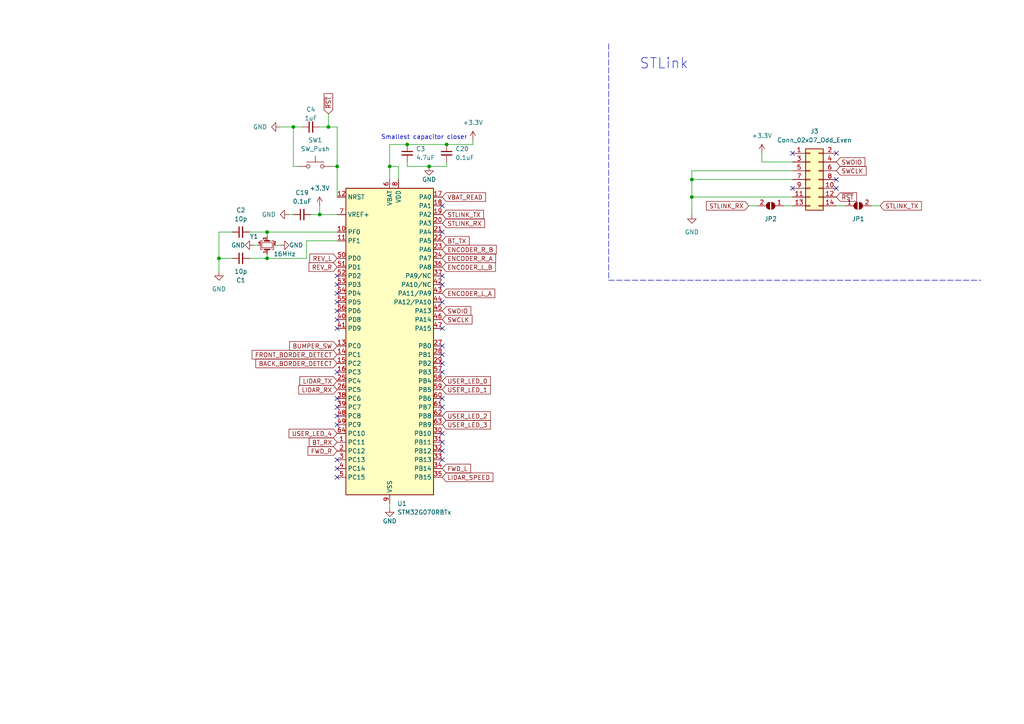
<source format=kicad_sch>
(kicad_sch (version 20230121) (generator eeschema)
  (paper "A4")
  (title_block (title "robot chat") (date "2023-09-19") (rev "1.0") (company "ENSEA"))
  (lib_symbols
    (symbol "Connector_Generic:Conn_02x07_Odd_Even" (pin_names (offset 1.016) hide)
      (property "Reference" "J" (at 1.27 10.16 0))
      (property "Value" "Conn_02x07_Odd_Even" (at 1.27 -10.16 0))
      (symbol "Conn_02x07_Odd_Even_1_1"
        (rectangle (start -1.27 -7.493) (end 0 -7.747) (stroke (width 0.1524)))
        (rectangle (start -1.27 -4.953) (end 0 -5.207) (stroke (width 0.1524)))
        (rectangle (start -1.27 -2.413) (end 0 -2.667) (stroke (width 0.1524)))
        (rectangle (start -1.27 0.127) (end 0 -0.127) (stroke (width 0.1524)))
        (rectangle (start -1.27 2.667) (end 0 2.413) (stroke (width 0.1524)))
        (rectangle (start -1.27 5.207) (end 0 4.953) (stroke (width 0.1524)))
        (rectangle (start -1.27 7.747) (end 0 7.493) (stroke (width 0.1524)))
        (rectangle (start -1.27 8.89) (end 3.81 -8.89) (stroke (width 0.254)) (fill (type background)))
        (rectangle (start 3.81 -7.493) (end 2.54 -7.747) (stroke (width 0.1524)))
        (rectangle (start 3.81 -4.953) (end 2.54 -5.207) (stroke (width 0.1524)))
        (rectangle (start 3.81 -2.413) (end 2.54 -2.667) (stroke (width 0.1524)))
        (rectangle (start 3.81 0.127) (end 2.54 -0.127) (stroke (width 0.1524)))
        (rectangle (start 3.81 2.667) (end 2.54 2.413) (stroke (width 0.1524)))
        (rectangle (start 3.81 5.207) (end 2.54 4.953) (stroke (width 0.1524)))
        (rectangle (start 3.81 7.747) (end 2.54 7.493) (stroke (width 0.1524)))
        (pin passive line (at -5.08 7.62 0) (length 3.81) (name "Pin_1") (number "1"))
        (pin passive line (at 7.62 -2.54 180) (length 3.81) (name "Pin_10") (number "10"))
        (pin passive line (at -5.08 -5.08 0) (length 3.81) (name "Pin_11") (number "11"))
        (pin passive line (at 7.62 -5.08 180) (length 3.81) (name "Pin_12") (number "12"))
        (pin passive line (at -5.08 -7.62 0) (length 3.81) (name "Pin_13") (number "13"))
        (pin passive line (at 7.62 -7.62 180) (length 3.81) (name "Pin_14") (number "14"))
        (pin passive line (at 7.62 7.62 180) (length 3.81) (name "Pin_2") (number "2"))
        (pin passive line (at -5.08 5.08 0) (length 3.81) (name "Pin_3") (number "3"))
        (pin passive line (at 7.62 5.08 180) (length 3.81) (name "Pin_4") (number "4"))
        (pin passive line (at -5.08 2.54 0) (length 3.81) (name "Pin_5") (number "5"))
        (pin passive line (at 7.62 2.54 180) (length 3.81) (name "Pin_6") (number "6"))
        (pin passive line (at -5.08 0 0) (length 3.81) (name "Pin_7") (number "7"))
        (pin passive line (at 7.62 0 180) (length 3.81) (name "Pin_8") (number "8"))
        (pin passive line (at -5.08 -2.54 0) (length 3.81) (name "Pin_9") (number "9"))
      )
    )
    (symbol "Device:C_Small" (pin_numbers hide) (pin_names (offset 0.254) hide)
      (property "Reference" "C" (at 0.254 1.778 0))
      (property "Value" "C_Small" (at 0.254 -2.032 0))
      (symbol "C_Small_0_1"
        (polyline (pts (xy -1.524 -0.508) (xy 1.524 -0.508)) (stroke (width 0.3302)))
        (polyline (pts (xy -1.524 0.508) (xy 1.524 0.508)) (stroke (width 0.3048)))
      )
      (symbol "C_Small_1_1"
        (pin passive line (at 0 2.54 270) (length 2.032) (name "~") (number "1"))
        (pin passive line (at 0 -2.54 90) (length 2.032) (name "~") (number "2"))
      )
    )
    (symbol "Device:Crystal_GND24_Small" (pin_names (offset 1.016) hide)
      (property "Reference" "Y" (at 1.27 4.445 0))
      (property "Value" "Crystal_GND24_Small" (at 1.27 2.54 0))
      (symbol "Crystal_GND24_Small_0_1"
        (rectangle (start -0.762 -1.524) (end 0.762 1.524))
        (polyline (pts (xy -1.27 -0.762) (xy -1.27 0.762)) (stroke (width 0.381)))
        (polyline (pts (xy 1.27 -0.762) (xy 1.27 0.762)) (stroke (width 0.381)))
        (polyline (pts (xy -1.27 -1.27) (xy -1.27 -1.905) (xy 1.27 -1.905) (xy 1.27 -1.27)))
        (polyline (pts (xy -1.27 1.27) (xy -1.27 1.905) (xy 1.27 1.905) (xy 1.27 1.27)))
      )
      (symbol "Crystal_GND24_Small_1_1"
        (pin passive line (at -2.54 0 0) (length 1.27) (name "1") (number "1"))
        (pin passive line (at 0 -2.54 90) (length 0.635) (name "2") (number "2"))
        (pin passive line (at 2.54 0 180) (length 1.27) (name "3") (number "3"))
        (pin passive line (at 0 2.54 270) (length 0.635) (name "4") (number "4"))
      )
    )
    (symbol "Jumper:SolderJumper_2_Open" (pin_names (offset 0) hide)
      (property "Reference" "JP" (at 0 2.032 0))
      (property "Value" "SolderJumper_2_Open" (at 0 -2.54 0))
      (symbol "SolderJumper_2_Open_0_1"
        (arc (start -0.254 1.016) (mid -1.2656 0) (end -0.254 -1.016))
        (arc (start -0.254 1.016) (mid -1.2656 0) (end -0.254 -1.016) (fill (type outline)))
        (polyline (pts (xy -0.254 1.016) (xy -0.254 -1.016)))
        (polyline (pts (xy 0.254 1.016) (xy 0.254 -1.016)))
        (arc (start 0.254 -1.016) (mid 1.2656 0) (end 0.254 1.016))
        (arc (start 0.254 -1.016) (mid 1.2656 0) (end 0.254 1.016) (fill (type outline)))
      )
      (symbol "SolderJumper_2_Open_1_1"
        (pin passive line (at -3.81 0 0) (length 2.54) (name "A") (number "1"))
        (pin passive line (at 3.81 0 180) (length 2.54) (name "B") (number "2"))
      )
    )
    (symbol "MCU_ST_STM32G0:STM32G070RBTx"
      (property "Reference" "U" (at -12.7 46.99 0))
      (property "Value" "STM32G070RBTx" (at 5.08 46.99 0))
      (symbol "STM32G070RBTx_0_1"
        (rectangle (start -12.7 -43.18) (end 12.7 45.72) (stroke (width 0.254)) (fill (type background)))
      )
      (symbol "STM32G070RBTx_1_1"
        (pin bidirectional line (at -15.24 -27.94 0) (length 2.54) (name "PC11") (number "1"))
        (pin bidirectional line (at -15.24 33.02 0) (length 2.54) (name "PF0") (number "10"))
        (pin bidirectional line (at -15.24 30.48 0) (length 2.54) (name "PF1") (number "11"))
        (pin input line (at -15.24 43.18 0) (length 2.54) (name "NRST") (number "12"))
        (pin bidirectional line (at -15.24 0 0) (length 2.54) (name "PC0") (number "13"))
        (pin bidirectional line (at -15.24 -2.54 0) (length 2.54) (name "PC1") (number "14"))
        (pin bidirectional line (at -15.24 -5.08 0) (length 2.54) (name "PC2") (number "15"))
        (pin bidirectional line (at -15.24 -7.62 0) (length 2.54) (name "PC3") (number "16"))
        (pin bidirectional line (at 15.24 43.18 180) (length 2.54) (name "PA0") (number "17"))
        (pin bidirectional line (at 15.24 40.64 180) (length 2.54) (name "PA1") (number "18"))
        (pin bidirectional line (at 15.24 38.1 180) (length 2.54) (name "PA2") (number "19"))
        (pin bidirectional line (at -15.24 -30.48 0) (length 2.54) (name "PC12") (number "2"))
        (pin bidirectional line (at 15.24 35.56 180) (length 2.54) (name "PA3") (number "20"))
        (pin bidirectional line (at 15.24 33.02 180) (length 2.54) (name "PA4") (number "21"))
        (pin bidirectional line (at 15.24 30.48 180) (length 2.54) (name "PA5") (number "22"))
        (pin bidirectional line (at 15.24 27.94 180) (length 2.54) (name "PA6") (number "23"))
        (pin bidirectional line (at 15.24 25.4 180) (length 2.54) (name "PA7") (number "24"))
        (pin bidirectional line (at -15.24 -10.16 0) (length 2.54) (name "PC4") (number "25"))
        (pin bidirectional line (at -15.24 -12.7 0) (length 2.54) (name "PC5") (number "26"))
        (pin bidirectional line (at 15.24 0 180) (length 2.54) (name "PB0") (number "27"))
        (pin bidirectional line (at 15.24 -2.54 180) (length 2.54) (name "PB1") (number "28"))
        (pin bidirectional line (at 15.24 -5.08 180) (length 2.54) (name "PB2") (number "29"))
        (pin bidirectional line (at -15.24 -33.02 0) (length 2.54) (name "PC13") (number "3"))
        (pin bidirectional line (at 15.24 -25.4 180) (length 2.54) (name "PB10") (number "30"))
        (pin bidirectional line (at 15.24 -27.94 180) (length 2.54) (name "PB11") (number "31"))
        (pin bidirectional line (at 15.24 -30.48 180) (length 2.54) (name "PB12") (number "32"))
        (pin bidirectional line (at 15.24 -33.02 180) (length 2.54) (name "PB13") (number "33"))
        (pin bidirectional line (at 15.24 -35.56 180) (length 2.54) (name "PB14") (number "34"))
        (pin bidirectional line (at 15.24 -38.1 180) (length 2.54) (name "PB15") (number "35"))
        (pin bidirectional line (at 15.24 22.86 180) (length 2.54) (name "PA8") (number "36"))
        (pin bidirectional line (at 15.24 20.32 180) (length 2.54) (name "PA9/NC") (number "37"))
        (pin bidirectional line (at -15.24 -15.24 0) (length 2.54) (name "PC6") (number "38"))
        (pin bidirectional line (at -15.24 -17.78 0) (length 2.54) (name "PC7") (number "39"))
        (pin bidirectional line (at -15.24 -35.56 0) (length 2.54) (name "PC14") (number "4"))
        (pin bidirectional line (at -15.24 7.62 0) (length 2.54) (name "PD8") (number "40"))
        (pin bidirectional line (at -15.24 5.08 0) (length 2.54) (name "PD9") (number "41"))
        (pin bidirectional line (at 15.24 17.78 180) (length 2.54) (name "PA10/NC") (number "42"))
        (pin bidirectional line (at 15.24 15.24 180) (length 2.54) (name "PA11/PA9") (number "43"))
        (pin bidirectional line (at 15.24 12.7 180) (length 2.54) (name "PA12/PA10") (number "44"))
        (pin bidirectional line (at 15.24 10.16 180) (length 2.54) (name "PA13") (number "45"))
        (pin bidirectional line (at 15.24 7.62 180) (length 2.54) (name "PA14") (number "46"))
        (pin bidirectional line (at 15.24 5.08 180) (length 2.54) (name "PA15") (number "47"))
        (pin bidirectional line (at -15.24 -20.32 0) (length 2.54) (name "PC8") (number "48"))
        (pin bidirectional line (at -15.24 -22.86 0) (length 2.54) (name "PC9") (number "49"))
        (pin bidirectional line (at -15.24 -38.1 0) (length 2.54) (name "PC15") (number "5"))
        (pin bidirectional line (at -15.24 25.4 0) (length 2.54) (name "PD0") (number "50"))
        (pin bidirectional line (at -15.24 22.86 0) (length 2.54) (name "PD1") (number "51"))
        (pin bidirectional line (at -15.24 20.32 0) (length 2.54) (name "PD2") (number "52"))
        (pin bidirectional line (at -15.24 17.78 0) (length 2.54) (name "PD3") (number "53"))
        (pin bidirectional line (at -15.24 15.24 0) (length 2.54) (name "PD4") (number "54"))
        (pin bidirectional line (at -15.24 12.7 0) (length 2.54) (name "PD5") (number "55"))
        (pin bidirectional line (at -15.24 10.16 0) (length 2.54) (name "PD6") (number "56"))
        (pin bidirectional line (at 15.24 -7.62 180) (length 2.54) (name "PB3") (number "57"))
        (pin bidirectional line (at 15.24 -10.16 180) (length 2.54) (name "PB4") (number "58"))
        (pin bidirectional line (at 15.24 -12.7 180) (length 2.54) (name "PB5") (number "59"))
        (pin power_in line (at 0 48.26 270) (length 2.54) (name "VBAT") (number "6"))
        (pin bidirectional line (at 15.24 -15.24 180) (length 2.54) (name "PB6") (number "60"))
        (pin bidirectional line (at 15.24 -17.78 180) (length 2.54) (name "PB7") (number "61"))
        (pin bidirectional line (at 15.24 -20.32 180) (length 2.54) (name "PB8") (number "62"))
        (pin bidirectional line (at 15.24 -22.86 180) (length 2.54) (name "PB9") (number "63"))
        (pin bidirectional line (at -15.24 -25.4 0) (length 2.54) (name "PC10") (number "64"))
        (pin input line (at -15.24 38.1 0) (length 2.54) (name "VREF+") (number "7"))
        (pin power_in line (at 2.54 48.26 270) (length 2.54) (name "VDD") (number "8"))
        (pin power_in line (at 0 -45.72 90) (length 2.54) (name "VSS") (number "9"))
      )
    )
    (symbol "Switch:SW_Push" (pin_numbers hide) (pin_names (offset 1.016) hide)
      (property "Reference" "SW" (at 1.27 2.54 0))
      (property "Value" "SW_Push" (at 0 -1.524 0))
      (symbol "SW_Push_0_1"
        (circle (center -2.032 0) (radius 0.508))
        (polyline (pts (xy 0 1.27) (xy 0 3.048)))
        (polyline (pts (xy 2.54 1.27) (xy -2.54 1.27)))
        (circle (center 2.032 0) (radius 0.508))
        (pin passive line (at -5.08 0 0) (length 2.54) (name "1") (number "1"))
        (pin passive line (at 5.08 0 180) (length 2.54) (name "2") (number "2"))
      )
    )
    (symbol "power:+3.3V" (power) (pin_names (offset 0))
      (property "Value" "+3.3V" (at 0 3.556 0))
      (symbol "+3.3V_0_1"
        (polyline (pts (xy -0.762 1.27) (xy 0 2.54)))
        (polyline (pts (xy 0 0) (xy 0 2.54)))
        (polyline (pts (xy 0 2.54) (xy 0.762 1.27)))
      )
      (symbol "+3.3V_1_1"
        (pin power_in line (at 0 0 90) (length 0) hide (name "+3.3V") (number "1"))
      )
    )
    (symbol "power:GND" (power) (pin_names (offset 0))
      (property "Value" "GND" (at 0 -3.81 0))
      (symbol "GND_0_1"
        (polyline (pts (xy 0 0) (xy 0 -1.27) (xy 1.27 -1.27) (xy 0 -2.54) (xy -1.27 -1.27) (xy 0 -1.27)))
      )
      (symbol "GND_1_1"
        (pin power_in line (at 0 0 270) (length 0) hide (name "GND") (number "1"))
      )
    )
  )
  (junction (at 92.71 62.23))
  (junction (at 200.66 57.15))
  (junction (at 85.09 36.83))
  (junction (at 95.25 36.83))
  (junction (at 118.11 41.91))
  (junction (at 200.66 52.07))
  (junction (at 97.79 48.26))
  (junction (at 124.46 48.26))
  (junction (at 129.54 41.91))
  (junction (at 113.03 48.26))
  (junction (at 77.47 67.31))
  (junction (at 63.5 74.93))
  (junction (at 77.47 74.93))
  (no_connect (at 128.27 102.87))
  (no_connect (at 128.27 118.11))
  (no_connect (at 128.27 105.41))
  (no_connect (at 97.79 133.35))
  (no_connect (at 97.79 95.25))
  (no_connect (at 242.57 44.45))
  (no_connect (at 97.79 80.01))
  (no_connect (at 97.79 115.57))
  (no_connect (at 128.27 115.57))
  (no_connect (at 242.57 54.61))
  (no_connect (at 128.27 95.25))
  (no_connect (at 229.87 54.61))
  (no_connect (at 128.27 82.55))
  (no_connect (at 97.79 82.55))
  (no_connect (at 97.79 107.95))
  (no_connect (at 97.79 135.89))
  (no_connect (at 128.27 80.01))
  (no_connect (at 97.79 120.65))
  (no_connect (at 97.79 92.71))
  (no_connect (at 128.27 67.31))
  (no_connect (at 128.27 130.81))
  (no_connect (at 97.79 87.63))
  (no_connect (at 128.27 125.73))
  (no_connect (at 97.79 90.17))
  (no_connect (at 97.79 118.11))
  (no_connect (at 97.79 85.09))
  (no_connect (at 128.27 133.35))
  (no_connect (at 128.27 87.63))
  (no_connect (at 97.79 123.19))
  (no_connect (at 128.27 100.33))
  (no_connect (at 97.79 138.43))
  (no_connect (at 128.27 128.27))
  (no_connect (at 128.27 107.95))
  (no_connect (at 242.57 52.07))
  (no_connect (at 128.27 59.69))
  (no_connect (at 229.87 44.45))
  (wire (pts (xy 242.57 59.69) (xy 245.11 59.69)))
  (wire (pts (xy 200.66 52.07) (xy 229.87 52.07)))
  (wire (pts (xy 77.47 73.66) (xy 77.47 74.93)))
  (wire (pts (xy 92.71 36.83) (xy 95.25 36.83)))
  (wire (pts (xy 85.09 36.83) (xy 87.63 36.83)))
  (wire (pts (xy 92.71 59.69) (xy 92.71 62.23)))
  (wire (pts (xy 72.39 67.31) (xy 77.47 67.31)))
  (wire (pts (xy 63.5 67.31) (xy 63.5 74.93)))
  (wire (pts (xy 200.66 57.15) (xy 229.87 57.15)))
  (wire (pts (xy 137.16 40.64) (xy 137.16 41.91)))
  (polyline (pts (xy 176.53 81.28) (xy 284.48 81.28)) (stroke (width 0) (type dash)))
  (wire (pts (xy 83.82 62.23) (xy 85.09 62.23)))
  (wire (pts (xy 77.47 67.31) (xy 77.47 68.58)))
  (wire (pts (xy 113.03 41.91) (xy 118.11 41.91)))
  (wire (pts (xy 92.71 62.23) (xy 97.79 62.23)))
  (wire (pts (xy 73.66 71.12) (xy 74.93 71.12)))
  (wire (pts (xy 200.66 62.23) (xy 200.66 57.15)))
  (wire (pts (xy 77.47 74.93) (xy 88.9 74.93)))
  (wire (pts (xy 124.46 48.26) (xy 129.54 48.26)))
  (wire (pts (xy 113.03 146.05) (xy 113.03 147.32)))
  (wire (pts (xy 113.03 52.07) (xy 113.03 48.26)))
  (wire (pts (xy 113.03 48.26) (xy 113.03 41.91)))
  (wire (pts (xy 217.17 59.69) (xy 219.71 59.69)))
  (wire (pts (xy 80.01 71.12) (xy 81.28 71.12)))
  (wire (pts (xy 129.54 48.26) (xy 129.54 46.99)))
  (polyline (pts (xy 176.53 12.7) (xy 176.53 81.28)) (stroke (width 0) (type dash)))
  (wire (pts (xy 200.66 49.53) (xy 200.66 52.07)))
  (wire (pts (xy 85.09 36.83) (xy 85.09 48.26)))
  (wire (pts (xy 63.5 74.93) (xy 67.31 74.93)))
  (wire (pts (xy 96.52 48.26) (xy 97.79 48.26)))
  (wire (pts (xy 63.5 74.93) (xy 63.5 78.74)))
  (wire (pts (xy 118.11 41.91) (xy 129.54 41.91)))
  (wire (pts (xy 220.98 46.99) (xy 229.87 46.99)))
  (wire (pts (xy 67.31 67.31) (xy 63.5 67.31)))
  (wire (pts (xy 95.25 33.02) (xy 95.25 36.83)))
  (wire (pts (xy 97.79 48.26) (xy 97.79 57.15)))
  (wire (pts (xy 97.79 36.83) (xy 97.79 48.26)))
  (wire (pts (xy 118.11 46.99) (xy 118.11 48.26)))
  (wire (pts (xy 115.57 48.26) (xy 113.03 48.26)))
  (wire (pts (xy 77.47 67.31) (xy 97.79 67.31)))
  (wire (pts (xy 229.87 49.53) (xy 200.66 49.53)))
  (wire (pts (xy 85.09 48.26) (xy 86.36 48.26)))
  (wire (pts (xy 88.9 74.93) (xy 88.9 69.85)))
  (wire (pts (xy 81.28 36.83) (xy 85.09 36.83)))
  (wire (pts (xy 227.33 59.69) (xy 229.87 59.69)))
  (wire (pts (xy 88.9 69.85) (xy 97.79 69.85)))
  (wire (pts (xy 220.98 44.45) (xy 220.98 46.99)))
  (wire (pts (xy 118.11 48.26) (xy 124.46 48.26)))
  (wire (pts (xy 72.39 74.93) (xy 77.47 74.93)))
  (wire (pts (xy 95.25 36.83) (xy 97.79 36.83)))
  (wire (pts (xy 200.66 57.15) (xy 200.66 52.07)))
  (wire (pts (xy 115.57 52.07) (xy 115.57 48.26)))
  (wire (pts (xy 252.73 59.69) (xy 255.27 59.69)))
  (wire (pts (xy 90.17 62.23) (xy 92.71 62.23)))
  (wire (pts (xy 137.16 41.91) (xy 129.54 41.91)))
  (text "Smallest capacitor closer" (at 110.49 40.64 0) (effects (font (size 1.27 1.27)) (justify left bottom)))
  (text "STLink" (at 185.42 20.32 0) (effects (font (size 3 3)) (justify left bottom)))
  (global_label "BT_TX" (shape input) (at 128.27 69.85 0) (property "Intersheetrefs" "${INTERSHEET_REFS}" (effects hide)))
  (global_label "SWDIO" (shape input) (at 242.57 46.99 0) (property "Intersheetrefs" "${INTERSHEET_REFS}" (effects hide)))
  (global_label "STLINK_RX" (shape input) (at 217.17 59.69 180) (property "Intersheetrefs" "${INTERSHEET_REFS}" (effects hide)))
  (global_label "FWD_R" (shape input) (at 97.79 130.81 180) (property "Intersheetrefs" "${INTERSHEET_REFS}" (effects hide)))
  (global_label "ENCODER_L_A" (shape input) (at 128.27 85.09 0) (property "Intersheetrefs" "${INTERSHEET_REFS}" (effects hide)))
  (global_label "~{RST}" (shape input) (at 95.25 33.02 90) (property "Intersheetrefs" "${INTERSHEET_REFS}" (effects hide)))
  (global_label "ENCODER_R_B" (shape input) (at 128.27 72.39 0) (property "Intersheetrefs" "${INTERSHEET_REFS}" (effects hide)))
  (global_label "BT_RX" (shape input) (at 97.79 128.27 180) (property "Intersheetrefs" "${INTERSHEET_REFS}" (effects hide)))
  (global_label "~{RST}" (shape input) (at 242.57 57.15 0) (property "Intersheetrefs" "${INTERSHEET_REFS}" (effects hide)))
  (global_label "BACK_BORDER_DETECT" (shape input) (at 97.79 105.41 180) (property "Intersheetrefs" "${INTERSHEET_REFS}" (effects hide)))
  (global_label "STLINK_TX" (shape input) (at 255.27 59.69 0) (property "Intersheetrefs" "${INTERSHEET_REFS}" (effects hide)))
  (global_label "USER_LED_0" (shape input) (at 128.27 110.49 0) (property "Intersheetrefs" "${INTERSHEET_REFS}" (effects hide)))
  (global_label "REV_R" (shape input) (at 97.79 77.47 180) (property "Intersheetrefs" "${INTERSHEET_REFS}" (effects hide)))
  (global_label "FWD_L" (shape input) (at 128.27 135.89 0) (property "Intersheetrefs" "${INTERSHEET_REFS}" (effects hide)))
  (global_label "LIDAR_RX" (shape input) (at 97.79 113.03 180) (property "Intersheetrefs" "${INTERSHEET_REFS}" (effects hide)))
  (global_label "LIDAR_SPEED" (shape input) (at 128.27 138.43 0) (property "Intersheetrefs" "${INTERSHEET_REFS}" (effects hide)))
  (global_label "USER_LED_4" (shape input) (at 97.79 125.73 180) (property "Intersheetrefs" "${INTERSHEET_REFS}" (effects hide)))
  (global_label "STLINK_RX" (shape input) (at 128.27 64.77 0) (property "Intersheetrefs" "${INTERSHEET_REFS}" (effects hide)))
  (global_label "USER_LED_1" (shape input) (at 128.27 113.03 0) (property "Intersheetrefs" "${INTERSHEET_REFS}" (effects hide)))
  (global_label "BUMPER_SW" (shape input) (at 97.79 100.33 180) (property "Intersheetrefs" "${INTERSHEET_REFS}" (effects hide)))
  (global_label "LIDAR_TX" (shape input) (at 97.79 110.49 180) (property "Intersheetrefs" "${INTERSHEET_REFS}" (effects hide)))
  (global_label "SWDIO" (shape input) (at 128.27 90.17 0) (property "Intersheetrefs" "${INTERSHEET_REFS}" (effects hide)))
  (global_label "SWCLK" (shape input) (at 128.27 92.71 0) (property "Intersheetrefs" "${INTERSHEET_REFS}" (effects hide)))
  (global_label "ENCODER_R_A" (shape input) (at 128.27 74.93 0) (property "Intersheetrefs" "${INTERSHEET_REFS}" (effects hide)))
  (global_label "ENCODER_L_B" (shape input) (at 128.27 77.47 0) (property "Intersheetrefs" "${INTERSHEET_REFS}" (effects hide)))
  (global_label "USER_LED_3" (shape input) (at 128.27 123.19 0) (property "Intersheetrefs" "${INTERSHEET_REFS}" (effects hide)))
  (global_label "USER_LED_2" (shape input) (at 128.27 120.65 0) (property "Intersheetrefs" "${INTERSHEET_REFS}" (effects hide)))
  (global_label "VBAT_READ" (shape input) (at 128.27 57.15 0) (property "Intersheetrefs" "${INTERSHEET_REFS}" (effects hide)))
  (global_label "REV_L" (shape input) (at 97.79 74.93 180) (property "Intersheetrefs" "${INTERSHEET_REFS}" (effects hide)))
  (global_label "STLINK_TX" (shape input) (at 128.27 62.23 0) (property "Intersheetrefs" "${INTERSHEET_REFS}" (effects hide)))
  (global_label "FRONT_BORDER_DETECT" (shape input) (at 97.79 102.87 180) (property "Intersheetrefs" "${INTERSHEET_REFS}" (effects hide)))
  (global_label "SWCLK" (shape input) (at 242.57 49.53 0) (property "Intersheetrefs" "${INTERSHEET_REFS}" (effects hide)))
  (symbol (lib_id "MCU_ST_STM32G0:STM32G070RBTx") (at 113.03 100.33 0) (unit 1)
    (property "Reference" "U1" (at 115.2241 146.05 0) (effects (justify left)))
    (property "Value" "STM32G070RBTx" (at 115.2241 148.59 0) (effects (justify left)))
    (property "Footprint" "Package_QFP:LQFP-64_10x10mm_P0.5mm" (effects hide))
    (property "Datasheet" "https://www.st.com/resource/en/datasheet/stm32g070rb.pdf" (effects hide))
  )
  (symbol (lib_id "power:+3.3V") (at 220.98 44.45 0) (unit 1)
    (property "Reference" "#PWR027" (effects hide))
    (property "Value" "+3.3V" (at 220.98 39.37 0))
  )
  (symbol (lib_id "Device:C_Small") (at 90.17 36.83 90) (mirror x) (unit 1)
    (property "Reference" "C4" (at 90.17 31.75 90))
    (property "Value" "1uF" (at 90.17 34.29 90))
  )
  (symbol (lib_id "power:GND") (at 81.28 36.83 270) (unit 1)
    (property "Reference" "#PWR04" (effects hide))
    (property "Value" "GND" (at 77.47 36.83 90) (effects (justify right)))
  )
  (symbol (lib_id "Device:C_Small") (at 118.11 44.45 0) (unit 1)
    (property "Reference" "C3" (at 120.65 43.1863 0) (effects (justify left)))
    (property "Value" "4.7uF" (at 120.65 45.7263 0) (effects (justify left)))
  )
  (symbol (lib_id "Jumper:SolderJumper_2_Open") (at 248.92 59.69 0) (mirror x) (unit 1)
    (property "Reference" "JP1" (at 248.92 63.5 0))
    (property "Value" "SolderJumper_2_Open" (effects hide))
  )
  (symbol (lib_id "Jumper:SolderJumper_2_Open") (at 223.52 59.69 180) (unit 1)
    (property "Reference" "JP2" (at 223.52 63.5 0))
    (property "Value" "SolderJumper_2_Open" (effects hide))
  )
  (symbol (lib_id "Connector_Generic:Conn_02x07_Odd_Even") (at 234.95 52.07 0) (unit 1)
    (property "Reference" "J3" (at 236.22 38.1 0))
    (property "Value" "Conn_02x07_Odd_Even" (at 236.22 40.64 0))
  )
  (symbol (lib_id "power:GND") (at 73.66 71.12 270) (unit 1)
    (property "Reference" "#PWR01" (effects hide))
    (property "Value" "GND" (at 71.12 71.12 90) (effects (justify right)))
  )
  (symbol (lib_id "power:GND") (at 83.82 62.23 270) (unit 1)
    (property "Reference" "#PWR028" (effects hide))
    (property "Value" "GND" (at 80.01 62.23 90) (effects (justify right)))
  )
  (symbol (lib_id "Device:C_Small") (at 129.54 44.45 0) (unit 1)
    (property "Reference" "C20" (at 132.08 43.1863 0) (effects (justify left)))
    (property "Value" "0.1uF" (at 132.08 45.7263 0) (effects (justify left)))
  )
  (symbol (lib_id "Device:C_Small") (at 69.85 67.31 90) (unit 1)
    (property "Reference" "C2" (at 69.8563 60.96 90))
    (property "Value" "10p" (at 69.8563 63.5 90))
  )
  (symbol (lib_id "power:GND") (at 63.5 78.74 0) (unit 1)
    (property "Reference" "#PWR03" (effects hide))
    (property "Value" "GND" (at 63.5 83.82 0))
  )
  (symbol (lib_id "power:+3.3V") (at 137.16 40.64 0) (unit 1)
    (property "Reference" "#PWR030" (effects hide))
    (property "Value" "+3.3V" (at 137.16 35.56 0))
  )
  (symbol (lib_id "power:GND") (at 81.28 71.12 90) (unit 1)
    (property "Reference" "#PWR02" (effects hide))
    (property "Value" "GND" (at 83.82 71.12 90) (effects (justify right)))
  )
  (symbol (lib_id "power:GND") (at 200.66 62.23 0) (unit 1)
    (property "Reference" "#PWR026" (effects hide))
    (property "Value" "GND" (at 200.66 67.31 0))
  )
  (symbol (lib_id "power:+3.3V") (at 92.71 59.69 0) (unit 1)
    (property "Reference" "#PWR029" (effects hide))
    (property "Value" "+3.3V" (at 92.71 54.61 0))
  )
  (symbol (lib_id "Switch:SW_Push") (at 91.44 48.26 0) (unit 1)
    (property "Reference" "SW1" (at 91.44 40.64 0))
    (property "Value" "SW_Push" (at 91.44 43.18 0))
  )
  (symbol (lib_id "power:GND") (at 113.03 147.32 0) (unit 1)
    (property "Reference" "#PWR032" (effects hide))
    (property "Value" "GND" (at 113.03 151.13 0))
  )
  (symbol (lib_id "power:GND") (at 124.46 48.26 0) (unit 1)
    (property "Reference" "#PWR031" (effects hide))
    (property "Value" "GND" (at 124.46 52.07 0))
  )
  (symbol (lib_id "Device:Crystal_GND24_Small") (at 77.47 71.12 90) (unit 1)
    (property "Reference" "Y1" (at 73.66 68.58 90))
    (property "Value" "16MHz" (at 82.55 73.66 90))
  )
  (symbol (lib_id "Device:C_Small") (at 87.63 62.23 90) (unit 1)
    (property "Reference" "C19" (at 87.6363 55.88 90))
    (property "Value" "0.1uF" (at 87.6363 58.42 90))
  )
  (symbol (lib_id "Device:C_Small") (at 69.85 74.93 90) (mirror x) (unit 1)
    (property "Reference" "C1" (at 69.8563 81.28 90))
    (property "Value" "10p" (at 69.8563 78.74 90))
  )
)
</source>
